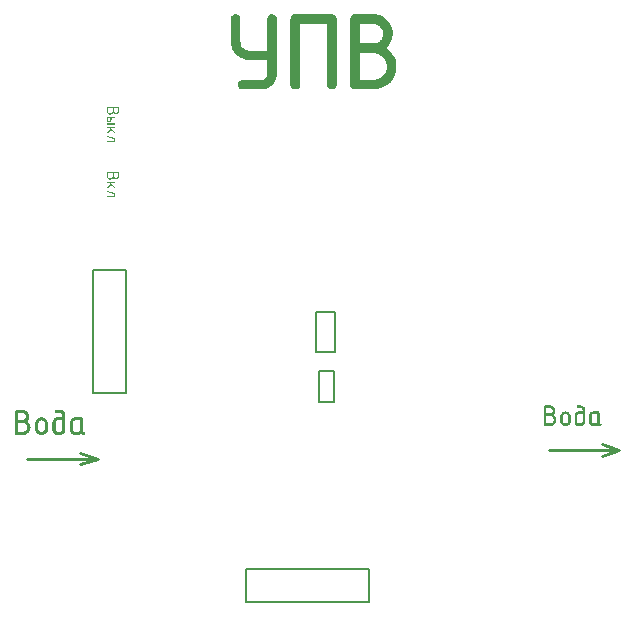
<source format=gto>
G04 Layer_Color=65535*
%FSLAX44Y44*%
%MOMM*%
G71*
G01*
G75*
%ADD21C,0.2540*%
%ADD22C,0.2000*%
G36*
X506982Y232488D02*
X507336Y232424D01*
X507755Y232295D01*
X508173Y232102D01*
X508624Y231812D01*
X509043Y231458D01*
X509075Y231426D01*
X509204Y231265D01*
X509397Y231039D01*
X509590Y230749D01*
X509784Y230363D01*
X509977Y229912D01*
X510106Y229429D01*
X510138Y228881D01*
Y218639D01*
Y218607D01*
Y218575D01*
Y218382D01*
X510074Y218092D01*
X510009Y217738D01*
X509880Y217351D01*
X509687Y216900D01*
X509397Y216481D01*
X509043Y216063D01*
X509011Y216031D01*
X508850Y215902D01*
X508624Y215741D01*
X508335Y215548D01*
X507948Y215322D01*
X507497Y215161D01*
X506982Y215032D01*
X506434Y215000D01*
X504663D01*
X504470Y215032D01*
X504180Y215064D01*
X503825Y215129D01*
X503407Y215258D01*
X502988Y215451D01*
X502537Y215709D01*
X502118Y216063D01*
X502086Y216127D01*
X501957Y216256D01*
X501796Y216481D01*
X501603Y216771D01*
X501410Y217158D01*
X501249Y217609D01*
X501120Y218092D01*
X501088Y218639D01*
Y223760D01*
Y223793D01*
Y223825D01*
X501120Y224018D01*
X501152Y224308D01*
X501217Y224662D01*
X501345Y225081D01*
X501539Y225499D01*
X501796Y225950D01*
X502151Y226369D01*
X502215Y226401D01*
X502344Y226530D01*
X502569Y226691D01*
X502859Y226917D01*
X503246Y227110D01*
X503697Y227271D01*
X504180Y227400D01*
X504727Y227432D01*
X507884D01*
Y228881D01*
Y228913D01*
Y228978D01*
X507851Y229107D01*
X507819Y229236D01*
X507723Y229590D01*
X507594Y229751D01*
X507465Y229912D01*
X507433Y229944D01*
X507401Y229976D01*
X507304Y230041D01*
X507175Y230137D01*
X506853Y230266D01*
X506660Y230298D01*
X506434Y230331D01*
X503858D01*
X503729Y230363D01*
X503536Y230395D01*
X503342Y230459D01*
X503149Y230588D01*
X502956Y230781D01*
X502827Y231071D01*
X502795Y231426D01*
Y231490D01*
X502827Y231619D01*
X502859Y231780D01*
X502924Y232005D01*
X503052Y232199D01*
X503246Y232392D01*
X503536Y232521D01*
X503890Y232553D01*
X506692D01*
X506982Y232488D01*
D02*
G37*
G36*
X521346Y227400D02*
X521507Y227368D01*
X521733Y227303D01*
X521958Y227142D01*
X522119Y226949D01*
X522248Y226691D01*
X522312Y226305D01*
Y217802D01*
Y217770D01*
Y217705D01*
X522345Y217609D01*
X522409Y217512D01*
X522506Y217383D01*
X522667Y217287D01*
X522860Y217222D01*
X523150Y217190D01*
X523279D01*
X523440Y217126D01*
X523601Y217061D01*
X523730Y216932D01*
X523890Y216739D01*
X523987Y216449D01*
X524019Y216095D01*
Y216063D01*
X523987Y215934D01*
X523955Y215741D01*
X523890Y215548D01*
X523730Y215354D01*
X523536Y215161D01*
X523246Y215032D01*
X522860Y215000D01*
X522635D01*
X522409Y215064D01*
X522119Y215129D01*
X521829Y215226D01*
X521475Y215387D01*
X521185Y215612D01*
X520895Y215902D01*
X520863Y215870D01*
X520734Y215773D01*
X520573Y215612D01*
X520316Y215451D01*
X519994Y215290D01*
X519607Y215129D01*
X519124Y215032D01*
X518609Y215000D01*
X516837D01*
X516644Y215032D01*
X516354Y215064D01*
X516000Y215129D01*
X515581Y215258D01*
X515162Y215451D01*
X514711Y215676D01*
X514293Y216031D01*
X514261Y216095D01*
X514132Y216224D01*
X513971Y216449D01*
X513778Y216771D01*
X513584Y217126D01*
X513423Y217577D01*
X513294Y218092D01*
X513262Y218639D01*
Y223760D01*
Y223793D01*
Y223825D01*
X513294Y224018D01*
X513327Y224308D01*
X513391Y224662D01*
X513520Y225081D01*
X513713Y225499D01*
X513938Y225950D01*
X514293Y226369D01*
X514357Y226401D01*
X514486Y226530D01*
X514711Y226691D01*
X515034Y226917D01*
X515388Y227110D01*
X515839Y227271D01*
X516354Y227400D01*
X516902Y227432D01*
X521217D01*
X521346Y227400D01*
D02*
G37*
G36*
X105683Y414219D02*
X111925Y412151D01*
X111945D01*
X111984Y412112D01*
X112062Y412073D01*
X112140Y412034D01*
X112218Y411956D01*
X112296Y411858D01*
X112335Y411761D01*
X112354Y411624D01*
Y409517D01*
Y409498D01*
Y409439D01*
X112335Y409342D01*
X112296Y409244D01*
X112218Y409166D01*
X112140Y409069D01*
X112003Y409010D01*
X111827Y408991D01*
X105429D01*
X105351Y409010D01*
X105254Y409049D01*
X105156Y409127D01*
X105078Y409205D01*
X105020Y409342D01*
X105000Y409517D01*
Y409537D01*
Y409595D01*
X105020Y409693D01*
X105058Y409771D01*
X105117Y409869D01*
X105215Y409966D01*
X105332Y410025D01*
X105507Y410044D01*
X111301D01*
Y411254D01*
X105351Y413224D01*
X105332D01*
X105293Y413243D01*
X105176Y413321D01*
X105117Y413399D01*
X105058Y413477D01*
X105020Y413575D01*
X105000Y413712D01*
Y413731D01*
Y413789D01*
X105020Y413887D01*
X105058Y413965D01*
X105137Y414063D01*
X105215Y414160D01*
X105351Y414219D01*
X105527Y414238D01*
X105585D01*
X105683Y414219D01*
D02*
G37*
G36*
X115163Y429981D02*
X115261Y429941D01*
X115339Y429883D01*
X115436Y429785D01*
X115495Y429668D01*
X115514Y429493D01*
Y426859D01*
Y426840D01*
Y426801D01*
Y426742D01*
X115495Y426664D01*
X115475Y426469D01*
X115417Y426216D01*
X115339Y425904D01*
X115202Y425591D01*
X115007Y425279D01*
X114754Y424987D01*
X114715Y424948D01*
X114617Y424870D01*
X114461Y424753D01*
X114227Y424596D01*
X113954Y424460D01*
X113642Y424343D01*
X113291Y424265D01*
X112881Y424226D01*
X112764D01*
X112666Y424245D01*
X112432Y424284D01*
X112159Y424343D01*
X111827Y424460D01*
X111476Y424636D01*
X111320Y424753D01*
X111145Y424870D01*
X110989Y425026D01*
X110833Y425201D01*
X110813Y425182D01*
X110794Y425143D01*
X110735Y425065D01*
X110657Y424967D01*
X110579Y424850D01*
X110462Y424733D01*
X110325Y424596D01*
X110169Y424440D01*
X109974Y424304D01*
X109779Y424167D01*
X109565Y424050D01*
X109311Y423933D01*
X109058Y423836D01*
X108765Y423758D01*
X108472Y423719D01*
X108141Y423699D01*
X108024D01*
X107926Y423719D01*
X107809D01*
X107673Y423738D01*
X107380Y423816D01*
X107029Y423933D01*
X106658Y424089D01*
X106268Y424323D01*
X106092Y424479D01*
X105917Y424636D01*
Y424655D01*
X105878Y424674D01*
X105839Y424733D01*
X105780Y424792D01*
X105624Y424987D01*
X105468Y425260D01*
X105293Y425572D01*
X105137Y425962D01*
X105039Y426391D01*
X105020Y426625D01*
X105000Y426859D01*
Y429493D01*
Y429512D01*
Y429571D01*
X105020Y429649D01*
X105058Y429746D01*
X105117Y429844D01*
X105215Y429922D01*
X105332Y429981D01*
X105507Y430000D01*
X115066D01*
X115163Y429981D01*
D02*
G37*
G36*
X112003Y421573D02*
X112101Y421534D01*
X112179Y421456D01*
X112276Y421378D01*
X112335Y421241D01*
X112354Y421066D01*
Y421046D01*
Y420988D01*
X112335Y420890D01*
X112296Y420793D01*
X112218Y420715D01*
X112140Y420617D01*
X112003Y420559D01*
X111827Y420539D01*
X108902D01*
X112198Y417242D01*
X112218Y417223D01*
X112276Y417145D01*
X112335Y417028D01*
X112354Y416872D01*
Y416852D01*
Y416794D01*
X112335Y416696D01*
X112296Y416599D01*
X112218Y416521D01*
X112140Y416423D01*
X112003Y416365D01*
X111827Y416345D01*
X111789D01*
X111711Y416365D01*
X111574Y416404D01*
X111457Y416501D01*
X109136Y418803D01*
X105819Y416442D01*
X105800Y416423D01*
X105722Y416384D01*
X105624Y416365D01*
X105507Y416345D01*
X105429D01*
X105351Y416365D01*
X105254Y416404D01*
X105156Y416482D01*
X105078Y416559D01*
X105020Y416696D01*
X105000Y416872D01*
Y416891D01*
Y416911D01*
X105020Y417028D01*
X105098Y417164D01*
X105137Y417242D01*
X105215Y417301D01*
X108375Y419564D01*
X107399Y420539D01*
X105429D01*
X105351Y420559D01*
X105254Y420597D01*
X105156Y420676D01*
X105078Y420754D01*
X105020Y420890D01*
X105000Y421066D01*
Y421085D01*
Y421144D01*
X105020Y421241D01*
X105058Y421319D01*
X105117Y421417D01*
X105215Y421514D01*
X105332Y421573D01*
X105507Y421592D01*
X111906D01*
X112003Y421573D01*
D02*
G37*
G36*
Y468165D02*
X112101Y468126D01*
X112179Y468048D01*
X112276Y467970D01*
X112335Y467834D01*
X112354Y467658D01*
Y467639D01*
Y467580D01*
X112335Y467483D01*
X112296Y467385D01*
X112218Y467307D01*
X112140Y467210D01*
X112003Y467151D01*
X111827Y467131D01*
X108902D01*
X112198Y463835D01*
X112218Y463815D01*
X112276Y463737D01*
X112335Y463620D01*
X112354Y463464D01*
Y463445D01*
Y463386D01*
X112335Y463288D01*
X112296Y463191D01*
X112218Y463113D01*
X112140Y463015D01*
X112003Y462957D01*
X111827Y462937D01*
X111789D01*
X111711Y462957D01*
X111574Y462996D01*
X111457Y463093D01*
X109136Y465395D01*
X105819Y463035D01*
X105800Y463015D01*
X105722Y462976D01*
X105624Y462957D01*
X105507Y462937D01*
X105429D01*
X105351Y462957D01*
X105254Y462996D01*
X105156Y463074D01*
X105078Y463152D01*
X105020Y463288D01*
X105000Y463464D01*
Y463484D01*
Y463503D01*
X105020Y463620D01*
X105098Y463757D01*
X105137Y463835D01*
X105215Y463893D01*
X108375Y466156D01*
X107399Y467131D01*
X105429D01*
X105351Y467151D01*
X105254Y467190D01*
X105156Y467268D01*
X105078Y467346D01*
X105020Y467483D01*
X105000Y467658D01*
Y467678D01*
Y467736D01*
X105020Y467834D01*
X105058Y467912D01*
X105117Y468009D01*
X105215Y468107D01*
X105332Y468165D01*
X105507Y468185D01*
X111906D01*
X112003Y468165D01*
D02*
G37*
G36*
X105683Y460811D02*
X111925Y458743D01*
X111945D01*
X111984Y458704D01*
X112062Y458665D01*
X112140Y458626D01*
X112218Y458548D01*
X112296Y458451D01*
X112335Y458353D01*
X112354Y458217D01*
Y456110D01*
Y456090D01*
Y456032D01*
X112335Y455934D01*
X112296Y455837D01*
X112218Y455759D01*
X112140Y455661D01*
X112003Y455603D01*
X111827Y455583D01*
X105429D01*
X105351Y455603D01*
X105254Y455642D01*
X105156Y455720D01*
X105078Y455798D01*
X105020Y455934D01*
X105000Y456110D01*
Y456129D01*
Y456188D01*
X105020Y456285D01*
X105058Y456363D01*
X105117Y456461D01*
X105215Y456558D01*
X105332Y456617D01*
X105507Y456637D01*
X111301D01*
Y457846D01*
X105351Y459816D01*
X105332D01*
X105293Y459836D01*
X105176Y459914D01*
X105117Y459992D01*
X105058Y460070D01*
X105020Y460167D01*
X105000Y460304D01*
Y460323D01*
Y460382D01*
X105020Y460480D01*
X105058Y460558D01*
X105137Y460655D01*
X105215Y460753D01*
X105351Y460811D01*
X105527Y460831D01*
X105585D01*
X105683Y460811D01*
D02*
G37*
G36*
X112003Y471325D02*
X112101Y471287D01*
X112179Y471208D01*
X112276Y471130D01*
X112335Y470994D01*
X112354Y470818D01*
Y470799D01*
Y470740D01*
X112335Y470643D01*
X112296Y470545D01*
X112218Y470467D01*
X112140Y470370D01*
X112003Y470311D01*
X111827Y470292D01*
X105429D01*
X105351Y470311D01*
X105254Y470350D01*
X105156Y470428D01*
X105078Y470506D01*
X105020Y470643D01*
X105000Y470818D01*
Y470838D01*
Y470896D01*
X105020Y470994D01*
X105058Y471072D01*
X105117Y471169D01*
X105215Y471267D01*
X105332Y471325D01*
X105507Y471345D01*
X111906D01*
X112003Y471325D01*
D02*
G37*
G36*
X115163Y484981D02*
X115261Y484941D01*
X115339Y484883D01*
X115436Y484785D01*
X115495Y484668D01*
X115514Y484493D01*
Y481859D01*
Y481840D01*
Y481801D01*
Y481742D01*
X115495Y481664D01*
X115475Y481469D01*
X115417Y481216D01*
X115339Y480904D01*
X115202Y480591D01*
X115007Y480279D01*
X114754Y479987D01*
X114715Y479948D01*
X114617Y479870D01*
X114461Y479753D01*
X114227Y479596D01*
X113954Y479460D01*
X113642Y479343D01*
X113291Y479265D01*
X112881Y479226D01*
X112764D01*
X112666Y479245D01*
X112432Y479284D01*
X112159Y479343D01*
X111827Y479460D01*
X111476Y479636D01*
X111320Y479753D01*
X111145Y479870D01*
X110989Y480026D01*
X110833Y480201D01*
X110813Y480182D01*
X110794Y480143D01*
X110735Y480065D01*
X110657Y479967D01*
X110579Y479850D01*
X110462Y479733D01*
X110325Y479596D01*
X110169Y479440D01*
X109974Y479304D01*
X109779Y479167D01*
X109565Y479050D01*
X109311Y478933D01*
X109058Y478836D01*
X108765Y478758D01*
X108472Y478719D01*
X108141Y478699D01*
X108024D01*
X107926Y478719D01*
X107809D01*
X107673Y478738D01*
X107380Y478816D01*
X107029Y478933D01*
X106658Y479089D01*
X106268Y479323D01*
X106092Y479479D01*
X105917Y479636D01*
Y479655D01*
X105878Y479675D01*
X105839Y479733D01*
X105780Y479792D01*
X105624Y479987D01*
X105468Y480260D01*
X105293Y480572D01*
X105137Y480962D01*
X105039Y481391D01*
X105020Y481625D01*
X105000Y481859D01*
Y484493D01*
Y484512D01*
Y484571D01*
X105020Y484649D01*
X105058Y484746D01*
X105117Y484844D01*
X105215Y484922D01*
X105332Y484981D01*
X105507Y485000D01*
X115066D01*
X115163Y484981D01*
D02*
G37*
G36*
X112003Y476573D02*
X112101Y476534D01*
X112179Y476456D01*
X112276Y476378D01*
X112335Y476241D01*
X112354Y476066D01*
Y476046D01*
Y475988D01*
X112335Y475890D01*
X112296Y475793D01*
X112218Y475715D01*
X112140Y475617D01*
X112003Y475559D01*
X111827Y475539D01*
X109214D01*
Y474486D01*
Y474466D01*
Y474447D01*
Y474330D01*
X109175Y474174D01*
X109136Y473979D01*
X109058Y473744D01*
X108960Y473491D01*
X108804Y473237D01*
X108589Y473003D01*
X108570Y472984D01*
X108472Y472906D01*
X108355Y472808D01*
X108180Y472691D01*
X107965Y472574D01*
X107711Y472476D01*
X107419Y472398D01*
X107107Y472379D01*
X106951D01*
X106795Y472418D01*
X106580Y472457D01*
X106346Y472535D01*
X106092Y472632D01*
X105839Y472789D01*
X105605Y473003D01*
X105585Y473023D01*
X105507Y473120D01*
X105410Y473237D01*
X105312Y473413D01*
X105195Y473627D01*
X105098Y473881D01*
X105020Y474174D01*
X105000Y474486D01*
Y476066D01*
Y476085D01*
Y476144D01*
X105020Y476241D01*
X105058Y476319D01*
X105117Y476417D01*
X105215Y476514D01*
X105332Y476573D01*
X105507Y476592D01*
X111906D01*
X112003Y476573D01*
D02*
G37*
G36*
X493745Y227400D02*
X494099Y227368D01*
X494550Y227271D01*
X495033Y227110D01*
X495580Y226884D01*
X496128Y226562D01*
X496643Y226112D01*
X496708Y226047D01*
X496837Y225886D01*
X497062Y225596D01*
X497320Y225210D01*
X497545Y224759D01*
X497771Y224211D01*
X497899Y223567D01*
X497964Y222891D01*
Y219509D01*
Y219477D01*
Y219412D01*
Y219316D01*
X497932Y219187D01*
X497899Y218865D01*
X497803Y218414D01*
X497642Y217899D01*
X497384Y217383D01*
X497062Y216836D01*
X496611Y216320D01*
X496547Y216256D01*
X496386Y216127D01*
X496096Y215902D01*
X495709Y215676D01*
X495258Y215419D01*
X494711Y215193D01*
X494099Y215064D01*
X493423Y215000D01*
X493229D01*
X493101Y215032D01*
X492746Y215064D01*
X492295Y215161D01*
X491812Y215322D01*
X491265Y215548D01*
X490717Y215870D01*
X490202Y216288D01*
X490137Y216353D01*
X490009Y216514D01*
X489783Y216804D01*
X489558Y217190D01*
X489332Y217641D01*
X489107Y218221D01*
X488978Y218833D01*
X488913Y219509D01*
Y222891D01*
Y222923D01*
Y222987D01*
Y223084D01*
X488946Y223213D01*
X488978Y223567D01*
X489075Y224018D01*
X489236Y224501D01*
X489461Y225049D01*
X489783Y225596D01*
X490202Y226112D01*
X490266Y226176D01*
X490427Y226305D01*
X490717Y226530D01*
X491104Y226788D01*
X491554Y227013D01*
X492134Y227239D01*
X492746Y227368D01*
X493423Y227432D01*
X493616D01*
X493745Y227400D01*
D02*
G37*
G36*
X245620Y563741D02*
X246206Y563623D01*
X247026Y563389D01*
X247846Y562803D01*
X248432Y562100D01*
X248901Y561163D01*
X249135Y559757D01*
Y513240D01*
Y513123D01*
Y513006D01*
Y512303D01*
X248901Y511248D01*
X248666Y509959D01*
X248197Y508553D01*
X247495Y506913D01*
X246440Y505390D01*
X245151Y503867D01*
X245034Y503749D01*
X244448Y503281D01*
X243628Y502695D01*
X242573Y501992D01*
X241167Y501172D01*
X239527Y500586D01*
X237652Y500117D01*
X235660Y500000D01*
X220077D01*
X219608Y500117D01*
X218905Y500234D01*
X218202Y500469D01*
X217382Y500937D01*
X216796Y501640D01*
X216327Y502695D01*
X216093Y503984D01*
Y504218D01*
X216210Y504687D01*
X216327Y505273D01*
X216562Y506093D01*
X217147Y506796D01*
X217850Y507499D01*
X218788Y507968D01*
X220194Y508085D01*
X236012D01*
X236363Y508202D01*
X236949Y508319D01*
X238121Y508788D01*
X238707Y509139D01*
X239293Y509608D01*
X239410Y509725D01*
X239527Y509842D01*
X239761Y510194D01*
X240113Y510662D01*
X240699Y511834D01*
X240816Y512537D01*
X240933Y513240D01*
Y524723D01*
X226052D01*
X225466Y524840D01*
X224881D01*
X224060Y524957D01*
X223240Y525192D01*
X221131Y525777D01*
X219960Y526246D01*
X218788Y526832D01*
X217616Y527418D01*
X216444Y528238D01*
X215273Y529292D01*
X214101Y530347D01*
X213046Y531636D01*
X212109Y533159D01*
X211992Y533276D01*
X211758Y533745D01*
X211406Y534448D01*
X211054Y535385D01*
X210703Y536557D01*
X210352Y537963D01*
X210117Y539486D01*
X210000Y541127D01*
Y559757D01*
Y559991D01*
X210117Y560460D01*
X210234Y561046D01*
X210469Y561866D01*
X210937Y562569D01*
X211640Y563272D01*
X212695Y563741D01*
X213984Y563858D01*
X214218D01*
X214687Y563741D01*
X215273Y563623D01*
X216093Y563389D01*
X216913Y562803D01*
X217499Y562100D01*
X217968Y561163D01*
X218202Y559757D01*
Y541127D01*
Y541010D01*
Y540541D01*
X218319Y539838D01*
X218553Y539018D01*
X218788Y538080D01*
X219139Y537143D01*
X219725Y536088D01*
X220545Y535151D01*
X220662Y535034D01*
X221014Y534799D01*
X221483Y534448D01*
X222186Y533979D01*
X223006Y533511D01*
X224060Y533159D01*
X225232Y532925D01*
X226404Y532808D01*
X240933D01*
Y559757D01*
Y559991D01*
X241050Y560460D01*
X241167Y561046D01*
X241402Y561866D01*
X241870Y562569D01*
X242573Y563272D01*
X243628Y563741D01*
X244917Y563858D01*
X245151D01*
X245620Y563741D01*
D02*
G37*
G36*
X83678Y222530D02*
X83874Y222491D01*
X84147Y222413D01*
X84420Y222218D01*
X84615Y221984D01*
X84771Y221672D01*
X84850Y221203D01*
Y210896D01*
Y210857D01*
Y210779D01*
X84888Y210662D01*
X84967Y210545D01*
X85084Y210389D01*
X85279Y210272D01*
X85513Y210194D01*
X85864Y210155D01*
X86021D01*
X86216Y210077D01*
X86411Y209999D01*
X86567Y209842D01*
X86762Y209608D01*
X86880Y209257D01*
X86919Y208827D01*
Y208788D01*
X86880Y208632D01*
X86840Y208398D01*
X86762Y208164D01*
X86567Y207929D01*
X86333Y207695D01*
X85982Y207539D01*
X85513Y207500D01*
X85240D01*
X84967Y207578D01*
X84615Y207656D01*
X84264Y207773D01*
X83834Y207969D01*
X83483Y208242D01*
X83132Y208593D01*
X83093Y208554D01*
X82936Y208437D01*
X82741Y208242D01*
X82429Y208047D01*
X82039Y207851D01*
X81570Y207656D01*
X80984Y207539D01*
X80360Y207500D01*
X78213D01*
X77979Y207539D01*
X77627Y207578D01*
X77198Y207656D01*
X76690Y207812D01*
X76183Y208047D01*
X75636Y208320D01*
X75129Y208749D01*
X75090Y208827D01*
X74933Y208983D01*
X74738Y209257D01*
X74504Y209647D01*
X74270Y210077D01*
X74075Y210623D01*
X73918Y211248D01*
X73879Y211912D01*
Y218119D01*
Y218158D01*
Y218197D01*
X73918Y218431D01*
X73957Y218783D01*
X74035Y219212D01*
X74192Y219720D01*
X74426Y220227D01*
X74699Y220774D01*
X75129Y221281D01*
X75207Y221320D01*
X75363Y221476D01*
X75636Y221672D01*
X76027Y221945D01*
X76456Y222179D01*
X77003Y222374D01*
X77627Y222530D01*
X78291Y222569D01*
X83522D01*
X83678Y222530D01*
D02*
G37*
G36*
X331857Y563741D02*
X333146Y563623D01*
X334786Y563272D01*
X336661Y562686D01*
X338653Y561866D01*
X340645Y560694D01*
X342519Y559054D01*
X342754Y558819D01*
X343223Y558234D01*
X344043Y557179D01*
X344980Y555773D01*
X345800Y554133D01*
X346620Y552141D01*
X347089Y549797D01*
X347323Y547337D01*
Y547220D01*
Y546985D01*
Y546634D01*
X347206Y546048D01*
X346972Y544642D01*
X346620Y542884D01*
X345917Y541010D01*
X344863Y539018D01*
X344160Y537963D01*
X343457Y537026D01*
X342519Y536206D01*
X341465Y535385D01*
X341582D01*
X341816Y535151D01*
X342285Y534917D01*
X342871Y534448D01*
X343574Y533862D01*
X344277Y533276D01*
X345097Y532456D01*
X345917Y531519D01*
X346738Y530464D01*
X347558Y529292D01*
X348261Y528004D01*
X348964Y526598D01*
X349550Y524957D01*
X350018Y523317D01*
X350253Y521442D01*
X350370Y519450D01*
Y519333D01*
Y519099D01*
Y518630D01*
X350253Y518044D01*
Y517458D01*
X350018Y516638D01*
X349667Y514646D01*
X348964Y512537D01*
X347909Y510194D01*
X347323Y509022D01*
X346503Y507850D01*
X345683Y506679D01*
X344629Y505624D01*
X344511Y505507D01*
X344394Y505390D01*
X344043Y505155D01*
X343574Y504804D01*
X342402Y503867D01*
X340762Y502812D01*
X338653Y501758D01*
X336310Y500937D01*
X333615Y500234D01*
X332209Y500117D01*
X330685Y500000D01*
X315102D01*
X314633Y500117D01*
X313930Y500234D01*
X313227Y500469D01*
X312524Y500937D01*
X311821Y501640D01*
X311352Y502695D01*
X311235Y503984D01*
Y559757D01*
Y559991D01*
X311352Y560460D01*
X311469Y561046D01*
X311704Y561866D01*
X312172Y562569D01*
X312875Y563272D01*
X313930Y563741D01*
X315219Y563858D01*
X331388D01*
X331857Y563741D01*
D02*
G37*
G36*
X296237D02*
X296823Y563623D01*
X297643Y563389D01*
X298463Y562803D01*
X299049Y562100D01*
X299518Y561163D01*
X299752Y559757D01*
Y503984D01*
Y503867D01*
X299635Y503398D01*
X299518Y502695D01*
X299284Y501992D01*
X298698Y501289D01*
X297995Y500586D01*
X296940Y500117D01*
X295534Y500000D01*
X295417D01*
X294948Y500117D01*
X294245Y500234D01*
X293542Y500469D01*
X292839Y500937D01*
X292136Y501640D01*
X291668Y502695D01*
X291551Y503984D01*
Y555773D01*
X268820D01*
Y503984D01*
Y503867D01*
X268702Y503398D01*
X268585Y502695D01*
X268351Y501992D01*
X267765Y501289D01*
X267062Y500586D01*
X266007Y500117D01*
X264601Y500000D01*
X264484D01*
X264016Y500117D01*
X263312Y500234D01*
X262609Y500469D01*
X261906Y500937D01*
X261203Y501640D01*
X260735Y502695D01*
X260618Y503984D01*
Y559757D01*
Y559991D01*
X260735Y560460D01*
X260852Y561046D01*
X261086Y561866D01*
X261555Y562569D01*
X262258Y563272D01*
X263312Y563741D01*
X264601Y563858D01*
X295769D01*
X296237Y563741D01*
D02*
G37*
G36*
X34371Y228738D02*
X34800Y228699D01*
X35347Y228582D01*
X35972Y228386D01*
X36635Y228113D01*
X37299Y227723D01*
X37924Y227176D01*
X38002Y227098D01*
X38158Y226903D01*
X38431Y226551D01*
X38744Y226083D01*
X39017Y225536D01*
X39290Y224873D01*
X39446Y224092D01*
X39524Y223272D01*
Y223233D01*
Y223155D01*
Y223038D01*
X39485Y222843D01*
X39407Y222374D01*
X39290Y221789D01*
X39056Y221164D01*
X38704Y220500D01*
X38470Y220149D01*
X38236Y219837D01*
X37924Y219563D01*
X37572Y219290D01*
X37611D01*
X37689Y219212D01*
X37845Y219134D01*
X38041Y218978D01*
X38275Y218783D01*
X38509Y218587D01*
X38782Y218314D01*
X39056Y218002D01*
X39329Y217650D01*
X39602Y217260D01*
X39837Y216831D01*
X40071Y216362D01*
X40266Y215816D01*
X40422Y215269D01*
X40500Y214644D01*
X40539Y213981D01*
Y213942D01*
Y213864D01*
Y213707D01*
X40500Y213512D01*
Y213317D01*
X40422Y213044D01*
X40305Y212380D01*
X40071Y211677D01*
X39720Y210896D01*
X39524Y210506D01*
X39251Y210116D01*
X38978Y209725D01*
X38626Y209374D01*
X38587Y209335D01*
X38548Y209296D01*
X38431Y209218D01*
X38275Y209101D01*
X37885Y208788D01*
X37338Y208437D01*
X36635Y208086D01*
X35854Y207812D01*
X34957Y207578D01*
X34488Y207539D01*
X33981Y207500D01*
X28788D01*
X28632Y207539D01*
X28398Y207578D01*
X28164Y207656D01*
X27929Y207812D01*
X27695Y208047D01*
X27539Y208398D01*
X27500Y208827D01*
Y227410D01*
Y227488D01*
X27539Y227645D01*
X27578Y227840D01*
X27656Y228113D01*
X27812Y228347D01*
X28047Y228582D01*
X28398Y228738D01*
X28827Y228777D01*
X34215D01*
X34371Y228738D01*
D02*
G37*
G36*
X50221Y222530D02*
X50651Y222491D01*
X51197Y222374D01*
X51783Y222179D01*
X52446Y221906D01*
X53110Y221515D01*
X53735Y220969D01*
X53813Y220891D01*
X53969Y220695D01*
X54242Y220344D01*
X54555Y219876D01*
X54828Y219329D01*
X55101Y218665D01*
X55257Y217885D01*
X55335Y217065D01*
Y212966D01*
Y212927D01*
Y212848D01*
Y212731D01*
X55296Y212575D01*
X55257Y212185D01*
X55140Y211638D01*
X54945Y211014D01*
X54633Y210389D01*
X54242Y209725D01*
X53696Y209101D01*
X53618Y209023D01*
X53422Y208866D01*
X53071Y208593D01*
X52603Y208320D01*
X52056Y208008D01*
X51392Y207734D01*
X50651Y207578D01*
X49831Y207500D01*
X49597D01*
X49440Y207539D01*
X49011Y207578D01*
X48464Y207695D01*
X47879Y207890D01*
X47215Y208164D01*
X46551Y208554D01*
X45927Y209062D01*
X45849Y209140D01*
X45693Y209335D01*
X45419Y209686D01*
X45146Y210155D01*
X44873Y210701D01*
X44599Y211404D01*
X44443Y212146D01*
X44365Y212966D01*
Y217065D01*
Y217104D01*
Y217182D01*
Y217299D01*
X44404Y217455D01*
X44443Y217885D01*
X44560Y218431D01*
X44756Y219017D01*
X45029Y219680D01*
X45419Y220344D01*
X45927Y220969D01*
X46005Y221047D01*
X46200Y221203D01*
X46551Y221476D01*
X47020Y221789D01*
X47566Y222062D01*
X48269Y222335D01*
X49011Y222491D01*
X49831Y222569D01*
X50065D01*
X50221Y222530D01*
D02*
G37*
G36*
X66266Y228699D02*
X66696Y228620D01*
X67203Y228464D01*
X67711Y228230D01*
X68257Y227879D01*
X68765Y227449D01*
X68804Y227410D01*
X68960Y227215D01*
X69194Y226942D01*
X69429Y226590D01*
X69663Y226122D01*
X69897Y225575D01*
X70053Y224990D01*
X70092Y224326D01*
Y211912D01*
Y211873D01*
Y211833D01*
Y211599D01*
X70014Y211248D01*
X69936Y210818D01*
X69780Y210350D01*
X69546Y209803D01*
X69194Y209296D01*
X68765Y208788D01*
X68726Y208749D01*
X68531Y208593D01*
X68257Y208398D01*
X67906Y208164D01*
X67438Y207890D01*
X66891Y207695D01*
X66266Y207539D01*
X65603Y207500D01*
X63456D01*
X63221Y207539D01*
X62870Y207578D01*
X62441Y207656D01*
X61933Y207812D01*
X61426Y208047D01*
X60879Y208359D01*
X60371Y208788D01*
X60332Y208866D01*
X60176Y209023D01*
X59981Y209296D01*
X59747Y209647D01*
X59513Y210116D01*
X59317Y210662D01*
X59161Y211248D01*
X59122Y211912D01*
Y218119D01*
Y218158D01*
Y218197D01*
X59161Y218431D01*
X59200Y218783D01*
X59278Y219212D01*
X59435Y219720D01*
X59669Y220227D01*
X59981Y220774D01*
X60410Y221281D01*
X60489Y221320D01*
X60645Y221476D01*
X60918Y221672D01*
X61269Y221945D01*
X61738Y222179D01*
X62284Y222374D01*
X62870Y222530D01*
X63534Y222569D01*
X67360D01*
Y224326D01*
Y224365D01*
Y224443D01*
X67321Y224599D01*
X67282Y224756D01*
X67164Y225185D01*
X67008Y225380D01*
X66852Y225575D01*
X66813Y225614D01*
X66774Y225653D01*
X66657Y225732D01*
X66501Y225849D01*
X66110Y226005D01*
X65876Y226044D01*
X65603Y226083D01*
X62480D01*
X62323Y226122D01*
X62089Y226161D01*
X61855Y226239D01*
X61621Y226395D01*
X61386Y226630D01*
X61230Y226981D01*
X61191Y227410D01*
Y227488D01*
X61230Y227645D01*
X61269Y227840D01*
X61347Y228113D01*
X61504Y228347D01*
X61738Y228582D01*
X62089Y228738D01*
X62519Y228777D01*
X65915D01*
X66266Y228699D01*
D02*
G37*
G36*
X480668Y232521D02*
X481023Y232488D01*
X481474Y232392D01*
X481989Y232231D01*
X482537Y232005D01*
X483084Y231683D01*
X483599Y231232D01*
X483664Y231168D01*
X483793Y231007D01*
X484018Y230717D01*
X484276Y230331D01*
X484501Y229880D01*
X484727Y229332D01*
X484855Y228688D01*
X484920Y228012D01*
Y227980D01*
Y227915D01*
Y227819D01*
X484888Y227657D01*
X484823Y227271D01*
X484727Y226788D01*
X484533Y226273D01*
X484244Y225725D01*
X484050Y225435D01*
X483857Y225177D01*
X483599Y224952D01*
X483310Y224727D01*
X483342D01*
X483406Y224662D01*
X483535Y224598D01*
X483696Y224469D01*
X483889Y224308D01*
X484082Y224147D01*
X484308Y223921D01*
X484533Y223664D01*
X484759Y223374D01*
X484984Y223052D01*
X485177Y222698D01*
X485371Y222311D01*
X485532Y221860D01*
X485661Y221409D01*
X485725Y220894D01*
X485757Y220346D01*
Y220314D01*
Y220250D01*
Y220121D01*
X485725Y219960D01*
Y219799D01*
X485661Y219573D01*
X485564Y219026D01*
X485371Y218446D01*
X485081Y217802D01*
X484920Y217480D01*
X484694Y217158D01*
X484469Y216836D01*
X484179Y216546D01*
X484147Y216514D01*
X484115Y216481D01*
X484018Y216417D01*
X483889Y216320D01*
X483567Y216063D01*
X483116Y215773D01*
X482537Y215483D01*
X481892Y215258D01*
X481152Y215064D01*
X480765Y215032D01*
X480346Y215000D01*
X476063D01*
X475934Y215032D01*
X475741Y215064D01*
X475547Y215129D01*
X475354Y215258D01*
X475161Y215451D01*
X475032Y215741D01*
X475000Y216095D01*
Y231426D01*
Y231490D01*
X475032Y231619D01*
X475064Y231780D01*
X475129Y232005D01*
X475258Y232199D01*
X475451Y232392D01*
X475741Y232521D01*
X476095Y232553D01*
X480540D01*
X480668Y232521D01*
D02*
G37*
%LPC*%
G36*
X507884Y225210D02*
X504631D01*
X504534Y225177D01*
X504373Y225145D01*
X504051Y225049D01*
X503890Y224920D01*
X503729Y224791D01*
X503697Y224759D01*
X503664Y224727D01*
X503600Y224630D01*
X503536Y224501D01*
X503375Y224179D01*
X503342Y223986D01*
X503310Y223760D01*
Y218639D01*
Y218607D01*
Y218543D01*
X503342Y218446D01*
X503375Y218285D01*
X503503Y217963D01*
X503600Y217802D01*
X503729Y217641D01*
X503761Y217609D01*
X503793Y217577D01*
X503890Y217512D01*
X504019Y217448D01*
X504341Y217287D01*
X504534Y217255D01*
X504727Y217222D01*
X506531D01*
X506628Y217255D01*
X506788Y217287D01*
X507111Y217416D01*
X507272Y217512D01*
X507433Y217641D01*
X507465Y217673D01*
X507497Y217705D01*
X507561Y217802D01*
X507658Y217931D01*
X507819Y218253D01*
X507851Y218446D01*
X507884Y218639D01*
Y225210D01*
D02*
G37*
G36*
X520058D02*
X516805D01*
X516708Y225177D01*
X516547Y225145D01*
X516225Y225049D01*
X516064Y224920D01*
X515903Y224791D01*
Y224759D01*
X515839Y224727D01*
X515774Y224630D01*
X515710Y224501D01*
X515581Y224179D01*
X515549Y223986D01*
X515517Y223760D01*
Y218639D01*
Y218607D01*
Y218543D01*
X515549Y218446D01*
X515581Y218285D01*
X515710Y217963D01*
X515807Y217802D01*
X515935Y217641D01*
X515968Y217609D01*
X516000Y217577D01*
X516096Y217512D01*
X516225Y217448D01*
X516515Y217287D01*
X516708Y217255D01*
X516902Y217222D01*
X518705D01*
X518802Y217255D01*
X518963Y217287D01*
X519285Y217416D01*
X519446Y217512D01*
X519607Y217641D01*
X519639Y217673D01*
X519671Y217705D01*
X519736Y217802D01*
X519832Y217931D01*
X519994Y218253D01*
X520026Y218446D01*
X520058Y218639D01*
Y225210D01*
D02*
G37*
G36*
X114461Y428947D02*
X111301D01*
Y426859D01*
Y426840D01*
Y426742D01*
X111320Y426625D01*
X111359Y426469D01*
X111418Y426313D01*
X111496Y426118D01*
X111594Y425923D01*
X111749Y425747D01*
X111769Y425728D01*
X111827Y425669D01*
X111925Y425591D01*
X112062Y425513D01*
X112237Y425435D01*
X112432Y425357D01*
X112647Y425299D01*
X112881Y425279D01*
X112998D01*
X113115Y425299D01*
X113271Y425338D01*
X113427Y425396D01*
X113622Y425474D01*
X113817Y425591D01*
X113993Y425747D01*
X114012Y425767D01*
X114071Y425826D01*
X114149Y425923D01*
X114227Y426059D01*
X114305Y426216D01*
X114383Y426411D01*
X114441Y426625D01*
X114461Y426859D01*
Y428947D01*
D02*
G37*
G36*
X110247D02*
X106053D01*
Y426859D01*
Y426840D01*
Y426820D01*
X106073Y426703D01*
X106092Y426547D01*
X106131Y426352D01*
X106209Y426118D01*
X106307Y425864D01*
X106463Y425611D01*
X106658Y425377D01*
X106678Y425357D01*
X106775Y425279D01*
X106892Y425182D01*
X107068Y425065D01*
X107282Y424948D01*
X107536Y424850D01*
X107829Y424772D01*
X108141Y424753D01*
X108297D01*
X108453Y424792D01*
X108648Y424831D01*
X108882Y424909D01*
X109136Y425006D01*
X109389Y425162D01*
X109623Y425377D01*
X109643Y425396D01*
X109721Y425494D01*
X109818Y425611D01*
X109935Y425786D01*
X110052Y426001D01*
X110150Y426255D01*
X110228Y426547D01*
X110247Y426859D01*
Y428947D01*
D02*
G37*
G36*
X114461Y483947D02*
X111301D01*
Y481859D01*
Y481840D01*
Y481742D01*
X111320Y481625D01*
X111359Y481469D01*
X111418Y481313D01*
X111496Y481118D01*
X111594Y480923D01*
X111749Y480747D01*
X111769Y480728D01*
X111827Y480669D01*
X111925Y480591D01*
X112062Y480513D01*
X112237Y480435D01*
X112432Y480357D01*
X112647Y480299D01*
X112881Y480279D01*
X112998D01*
X113115Y480299D01*
X113271Y480338D01*
X113427Y480396D01*
X113622Y480474D01*
X113817Y480591D01*
X113993Y480747D01*
X114012Y480767D01*
X114071Y480826D01*
X114149Y480923D01*
X114227Y481060D01*
X114305Y481216D01*
X114383Y481411D01*
X114441Y481625D01*
X114461Y481859D01*
Y483947D01*
D02*
G37*
G36*
X110247D02*
X106053D01*
Y481859D01*
Y481840D01*
Y481820D01*
X106073Y481703D01*
X106092Y481547D01*
X106131Y481352D01*
X106209Y481118D01*
X106307Y480864D01*
X106463Y480611D01*
X106658Y480377D01*
X106678Y480357D01*
X106775Y480279D01*
X106892Y480182D01*
X107068Y480065D01*
X107282Y479948D01*
X107536Y479850D01*
X107829Y479772D01*
X108141Y479753D01*
X108297D01*
X108453Y479792D01*
X108648Y479831D01*
X108882Y479909D01*
X109136Y480006D01*
X109389Y480162D01*
X109623Y480377D01*
X109643Y480396D01*
X109721Y480494D01*
X109818Y480611D01*
X109935Y480787D01*
X110052Y481001D01*
X110150Y481255D01*
X110228Y481547D01*
X110247Y481859D01*
Y483947D01*
D02*
G37*
G36*
X108160Y475539D02*
X106053D01*
Y474486D01*
Y474466D01*
Y474408D01*
X106073Y474330D01*
X106092Y474232D01*
X106131Y474115D01*
X106171Y473998D01*
X106249Y473861D01*
X106346Y473744D01*
X106365Y473725D01*
X106404Y473686D01*
X106463Y473647D01*
X106561Y473588D01*
X106678Y473530D01*
X106795Y473471D01*
X106951Y473452D01*
X107107Y473432D01*
X107185D01*
X107263Y473452D01*
X107360Y473471D01*
X107477Y473510D01*
X107594Y473569D01*
X107731Y473647D01*
X107848Y473744D01*
X107868Y473764D01*
X107907Y473803D01*
X107946Y473861D01*
X108004Y473959D01*
X108063Y474057D01*
X108121Y474193D01*
X108141Y474330D01*
X108160Y474486D01*
Y475539D01*
D02*
G37*
G36*
X493423Y225210D02*
X493261D01*
X493101Y225177D01*
X492875Y225113D01*
X492617Y225049D01*
X492360Y224920D01*
X492070Y224759D01*
X491812Y224533D01*
X491780Y224501D01*
X491716Y224405D01*
X491619Y224276D01*
X491490Y224082D01*
X491361Y223825D01*
X491265Y223567D01*
X491200Y223245D01*
X491168Y222891D01*
Y219509D01*
Y219477D01*
Y219348D01*
X491200Y219155D01*
X491265Y218929D01*
X491329Y218672D01*
X491426Y218382D01*
X491587Y218124D01*
X491812Y217866D01*
X491844Y217834D01*
X491941Y217770D01*
X492070Y217673D01*
X492263Y217544D01*
X492489Y217416D01*
X492778Y217319D01*
X493068Y217255D01*
X493423Y217222D01*
X493584D01*
X493745Y217255D01*
X493970Y217319D01*
X494228Y217383D01*
X494485Y217480D01*
X494775Y217641D01*
X495033Y217866D01*
X495065Y217899D01*
X495130Y217995D01*
X495258Y218124D01*
X495387Y218317D01*
X495484Y218575D01*
X495613Y218833D01*
X495677Y219155D01*
X495709Y219509D01*
Y222891D01*
Y222923D01*
Y223052D01*
X495677Y223245D01*
X495613Y223470D01*
X495548Y223728D01*
X495419Y223986D01*
X495258Y224276D01*
X495033Y224533D01*
X495001Y224566D01*
X494904Y224630D01*
X494775Y224759D01*
X494582Y224888D01*
X494356Y224984D01*
X494067Y225113D01*
X493777Y225177D01*
X493423Y225210D01*
D02*
G37*
G36*
X82117Y219876D02*
X78174D01*
X78057Y219837D01*
X77861Y219798D01*
X77471Y219680D01*
X77276Y219524D01*
X77080Y219368D01*
Y219329D01*
X77003Y219290D01*
X76924Y219173D01*
X76846Y219017D01*
X76690Y218626D01*
X76651Y218392D01*
X76612Y218119D01*
Y211912D01*
Y211873D01*
Y211794D01*
X76651Y211677D01*
X76690Y211482D01*
X76846Y211092D01*
X76963Y210896D01*
X77120Y210701D01*
X77159Y210662D01*
X77198Y210623D01*
X77315Y210545D01*
X77471Y210467D01*
X77822Y210272D01*
X78057Y210233D01*
X78291Y210194D01*
X80477D01*
X80594Y210233D01*
X80789Y210272D01*
X81180Y210428D01*
X81375Y210545D01*
X81570Y210701D01*
X81609Y210740D01*
X81648Y210779D01*
X81726Y210896D01*
X81843Y211053D01*
X82039Y211443D01*
X82078Y211677D01*
X82117Y211912D01*
Y219876D01*
D02*
G37*
G36*
X330685Y555773D02*
X319437D01*
Y539018D01*
X331271D01*
X331974Y539135D01*
X332794Y539369D01*
X333732Y539604D01*
X334669Y539955D01*
X335724Y540541D01*
X336661Y541361D01*
X336778Y541478D01*
X337012Y541830D01*
X337481Y542298D01*
X337950Y543002D01*
X338301Y543939D01*
X338770Y544876D01*
X339004Y546048D01*
X339122Y547337D01*
Y547454D01*
Y547923D01*
X339004Y548508D01*
X338770Y549329D01*
X338536Y550266D01*
X338067Y551203D01*
X337481Y552258D01*
X336661Y553195D01*
X336544Y553312D01*
X336192Y553547D01*
X335724Y554016D01*
X335021Y554484D01*
X334083Y554953D01*
X333146Y555421D01*
X331974Y555656D01*
X330685Y555773D01*
D02*
G37*
G36*
Y530933D02*
X319437D01*
Y508085D01*
X331506D01*
X332326Y508319D01*
X333497Y508553D01*
X334786Y508905D01*
X336075Y509491D01*
X337481Y510311D01*
X338770Y511366D01*
X338887Y511483D01*
X339356Y511951D01*
X339825Y512654D01*
X340528Y513592D01*
X341114Y514763D01*
X341699Y516170D01*
X342051Y517693D01*
X342168Y519450D01*
Y519685D01*
Y520270D01*
X342051Y521091D01*
X341699Y522262D01*
X341348Y523551D01*
X340762Y524840D01*
X339942Y526246D01*
X338770Y527535D01*
X338653Y527652D01*
X338184Y528121D01*
X337481Y528590D01*
X336544Y529292D01*
X335372Y529878D01*
X333966Y530464D01*
X332443Y530816D01*
X330685Y530933D01*
D02*
G37*
G36*
X33981Y217806D02*
X30233D01*
Y210194D01*
X34254D01*
X34527Y210272D01*
X34918Y210350D01*
X35347Y210467D01*
X35776Y210662D01*
X36245Y210935D01*
X36674Y211287D01*
X36713Y211326D01*
X36869Y211482D01*
X37026Y211716D01*
X37260Y212029D01*
X37455Y212419D01*
X37650Y212887D01*
X37768Y213395D01*
X37806Y213981D01*
Y214059D01*
Y214254D01*
X37768Y214527D01*
X37650Y214918D01*
X37533Y215347D01*
X37338Y215777D01*
X37065Y216245D01*
X36674Y216674D01*
X36635Y216713D01*
X36479Y216870D01*
X36245Y217026D01*
X35933Y217260D01*
X35542Y217455D01*
X35074Y217650D01*
X34566Y217768D01*
X33981Y217806D01*
D02*
G37*
G36*
Y226083D02*
X30233D01*
Y220500D01*
X34176D01*
X34410Y220539D01*
X34683Y220617D01*
X34996Y220695D01*
X35308Y220813D01*
X35659Y221008D01*
X35972Y221281D01*
X36011Y221320D01*
X36089Y221437D01*
X36245Y221593D01*
X36401Y221828D01*
X36518Y222140D01*
X36674Y222452D01*
X36752Y222843D01*
X36792Y223272D01*
Y223311D01*
Y223467D01*
X36752Y223662D01*
X36674Y223936D01*
X36596Y224248D01*
X36440Y224560D01*
X36245Y224912D01*
X35972Y225224D01*
X35933Y225263D01*
X35815Y225341D01*
X35659Y225497D01*
X35425Y225653D01*
X35113Y225810D01*
X34800Y225966D01*
X34410Y226044D01*
X33981Y226083D01*
D02*
G37*
G36*
X49831Y219876D02*
X49636D01*
X49440Y219837D01*
X49167Y219758D01*
X48855Y219680D01*
X48542Y219524D01*
X48191Y219329D01*
X47879Y219056D01*
X47840Y219017D01*
X47762Y218900D01*
X47645Y218743D01*
X47488Y218509D01*
X47332Y218197D01*
X47215Y217885D01*
X47137Y217494D01*
X47098Y217065D01*
Y212966D01*
Y212927D01*
Y212770D01*
X47137Y212536D01*
X47215Y212263D01*
X47293Y211951D01*
X47410Y211599D01*
X47606Y211287D01*
X47879Y210975D01*
X47918Y210935D01*
X48035Y210857D01*
X48191Y210740D01*
X48425Y210584D01*
X48699Y210428D01*
X49050Y210311D01*
X49401Y210233D01*
X49831Y210194D01*
X50026D01*
X50221Y210233D01*
X50494Y210311D01*
X50807Y210389D01*
X51119Y210506D01*
X51470Y210701D01*
X51783Y210975D01*
X51822Y211014D01*
X51900Y211131D01*
X52056Y211287D01*
X52212Y211521D01*
X52329Y211833D01*
X52485Y212146D01*
X52564Y212536D01*
X52603Y212966D01*
Y217065D01*
Y217104D01*
Y217260D01*
X52564Y217494D01*
X52485Y217768D01*
X52407Y218080D01*
X52251Y218392D01*
X52056Y218743D01*
X51783Y219056D01*
X51744Y219095D01*
X51627Y219173D01*
X51470Y219329D01*
X51236Y219485D01*
X50963Y219602D01*
X50612Y219758D01*
X50260Y219837D01*
X49831Y219876D01*
D02*
G37*
G36*
X67360D02*
X63417D01*
X63299Y219837D01*
X63104Y219798D01*
X62714Y219680D01*
X62519Y219524D01*
X62323Y219368D01*
X62284Y219329D01*
X62245Y219290D01*
X62167Y219173D01*
X62089Y219017D01*
X61894Y218626D01*
X61855Y218392D01*
X61816Y218119D01*
Y211912D01*
Y211873D01*
Y211794D01*
X61855Y211677D01*
X61894Y211482D01*
X62050Y211092D01*
X62167Y210896D01*
X62323Y210701D01*
X62362Y210662D01*
X62402Y210623D01*
X62519Y210545D01*
X62675Y210467D01*
X63065Y210272D01*
X63299Y210233D01*
X63534Y210194D01*
X65720D01*
X65837Y210233D01*
X66032Y210272D01*
X66423Y210428D01*
X66618Y210545D01*
X66813Y210701D01*
X66852Y210740D01*
X66891Y210779D01*
X66969Y210896D01*
X67086Y211053D01*
X67282Y211443D01*
X67321Y211677D01*
X67360Y211912D01*
Y219876D01*
D02*
G37*
G36*
X480346Y223503D02*
X477254D01*
Y217222D01*
X480572D01*
X480797Y217287D01*
X481119Y217351D01*
X481474Y217448D01*
X481828Y217609D01*
X482214Y217834D01*
X482569Y218124D01*
X482601Y218156D01*
X482730Y218285D01*
X482859Y218478D01*
X483052Y218736D01*
X483213Y219058D01*
X483374Y219445D01*
X483470Y219863D01*
X483503Y220346D01*
Y220411D01*
Y220572D01*
X483470Y220797D01*
X483374Y221119D01*
X483277Y221474D01*
X483116Y221828D01*
X482891Y222214D01*
X482569Y222569D01*
X482537Y222601D01*
X482408Y222730D01*
X482214Y222859D01*
X481957Y223052D01*
X481635Y223213D01*
X481248Y223374D01*
X480830Y223470D01*
X480346Y223503D01*
D02*
G37*
G36*
Y230331D02*
X477254D01*
Y225725D01*
X480507D01*
X480701Y225757D01*
X480926Y225822D01*
X481184Y225886D01*
X481441Y225983D01*
X481731Y226144D01*
X481989Y226369D01*
X482021Y226401D01*
X482086Y226498D01*
X482214Y226627D01*
X482343Y226820D01*
X482440Y227078D01*
X482569Y227335D01*
X482633Y227657D01*
X482665Y228012D01*
Y228044D01*
Y228173D01*
X482633Y228334D01*
X482569Y228559D01*
X482504Y228817D01*
X482375Y229074D01*
X482214Y229364D01*
X481989Y229622D01*
X481957Y229654D01*
X481860Y229719D01*
X481731Y229848D01*
X481538Y229976D01*
X481280Y230105D01*
X481023Y230234D01*
X480701Y230298D01*
X480346Y230331D01*
D02*
G37*
%LPD*%
D21*
X37500Y187500D02*
X97500D01*
X82500Y182500D02*
X97500Y187500D01*
X82500Y192500D02*
X97500Y187500D01*
X524080Y200000D02*
X539080Y195000D01*
X524080Y190000D02*
X539080Y195000D01*
X479080D02*
X539080D01*
D22*
X93000Y243250D02*
X121000D01*
X93000Y347550D02*
X121000D01*
X93000Y243250D02*
Y347550D01*
X121000Y243250D02*
Y347550D01*
X284910Y235220D02*
Y261720D01*
X297410Y235220D02*
Y261720D01*
X284910Y235220D02*
X297410D01*
X284910Y261720D02*
X297410D01*
X281800Y277360D02*
Y311360D01*
X298300Y277360D02*
Y311360D01*
X281800Y277360D02*
X298300D01*
X281800Y311360D02*
X298300D01*
X222700Y94000D02*
X327000D01*
X222700Y66000D02*
X327000D01*
X222700D02*
Y94000D01*
X327000Y66000D02*
Y94000D01*
M02*

</source>
